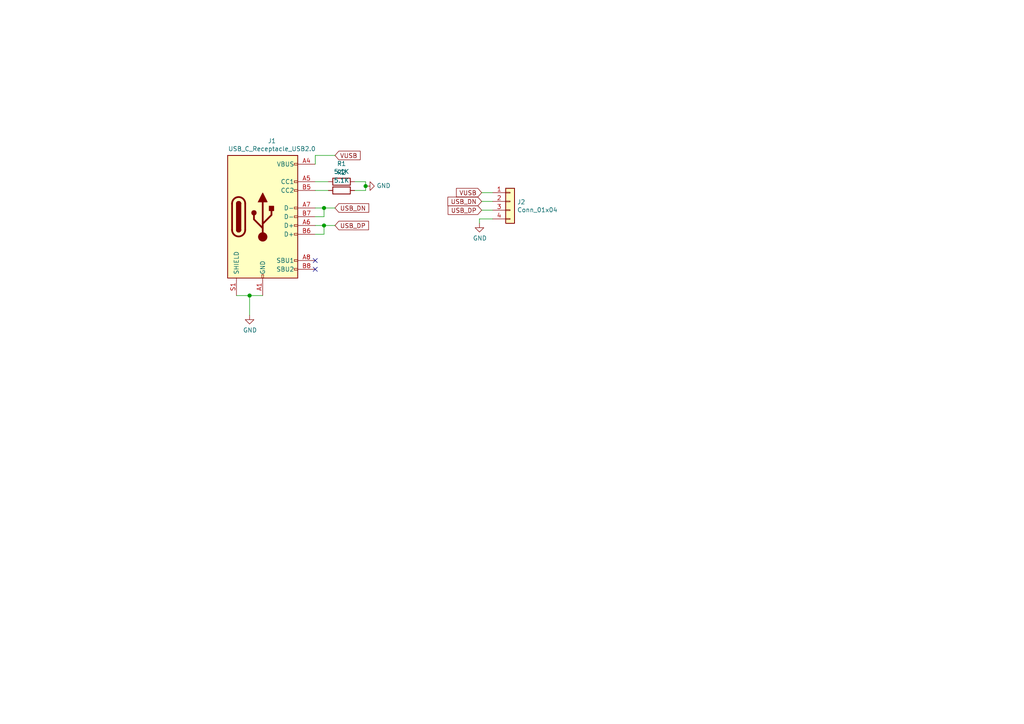
<source format=kicad_sch>
(kicad_sch (version 20210126) (generator eeschema)
  (paper "A4")
  (lib_symbols
    (symbol "Connector:USB_C_Receptacle_USB2.0" (pin_names (offset 1.016))
      (property "Reference" "J" (at -10.16 19.05 0))
      (property "Value" "USB_C_Receptacle_USB2.0" (at 19.05 19.05 0))
      (symbol "USB_C_Receptacle_USB2.0_0_0"
        (rectangle (start -0.254 -17.78) (end 0.254 -16.764))
        (rectangle (start 10.16 -14.986) (end 9.144 -15.494))
        (rectangle (start 10.16 -12.446) (end 9.144 -12.954))
        (rectangle (start 10.16 -4.826) (end 9.144 -5.334))
        (rectangle (start 10.16 -2.286) (end 9.144 -2.794))
        (rectangle (start 10.16 0.254) (end 9.144 -0.254))
        (rectangle (start 10.16 2.794) (end 9.144 2.286))
        (rectangle (start 10.16 7.874) (end 9.144 7.366))
        (rectangle (start 10.16 10.414) (end 9.144 9.906))
        (rectangle (start 10.16 15.494) (end 9.144 14.986))
      )
      (symbol "USB_C_Receptacle_USB2.0_0_1"
        (arc (start -8.89 -3.81) (end -5.08 -3.81) (radius (at -6.985 -3.81) (length 1.905) (angles -179.9 -0.1)) (stroke (width 0.508)))
        (arc (start -7.62 -3.81) (end -6.35 -3.81) (radius (at -6.985 -3.81) (length 0.635) (angles -179.9 -0.1)) (stroke (width 0.254)))
        (arc (start -7.62 -3.81) (end -6.35 -3.81) (radius (at -6.985 -3.81) (length 0.635) (angles -179.9 -0.1)) (stroke (width 0.254)) (fill (type outline)))
        (arc (start -6.35 3.81) (end -7.62 3.81) (radius (at -6.985 3.81) (length 0.635) (angles 0.1 179.9)) (stroke (width 0.254)) (fill (type outline)))
        (arc (start -6.35 3.81) (end -7.62 3.81) (radius (at -6.985 3.81) (length 0.635) (angles 0.1 179.9)) (stroke (width 0.254)))
        (arc (start -5.08 3.81) (end -8.89 3.81) (radius (at -6.985 3.81) (length 1.905) (angles 0.1 179.9)) (stroke (width 0.508)))
        (circle (center -2.54 1.143) (radius 0.635) (stroke (width 0.254)) (fill (type outline)))
        (circle (center 0 -5.842) (radius 1.27) (fill (type outline)))
        (rectangle (start -10.16 17.78) (end 10.16 -17.78) (stroke (width 0.254)) (fill (type background)))
        (rectangle (start -7.62 -3.81) (end -6.35 3.81) (stroke (width 0.254)) (fill (type outline)))
        (rectangle (start 1.905 1.778) (end 3.175 3.048) (stroke (width 0.254)) (fill (type outline)))
        (polyline (pts (xy -8.89 -3.81) (xy -8.89 3.81)) (stroke (width 0.508)))
        (polyline (pts (xy -5.08 3.81) (xy -5.08 -3.81)) (stroke (width 0.508)))
        (polyline (pts (xy 0 -5.842) (xy 0 4.318)) (stroke (width 0.508)))
        (polyline (pts (xy 0 -3.302) (xy -2.54 -0.762) (xy -2.54 0.508)) (stroke (width 0.508)))
        (polyline (pts (xy 0 -2.032) (xy 2.54 0.508) (xy 2.54 1.778)) (stroke (width 0.508)))
        (polyline (pts (xy -1.27 4.318) (xy 0 6.858) (xy 1.27 4.318) (xy -1.27 4.318)) (stroke (width 0.254)) (fill (type outline)))
      )
      (symbol "USB_C_Receptacle_USB2.0_1_1"
        (pin power_in line (at 0 -22.86 90) (length 5.08) (name "GND") (number "A1"))
        (pin passive line (at 0 -22.86 90) (length 5.08) hide (name "GND") (number "A12"))
        (pin power_in line (at 15.24 15.24 180) (length 5.08) (name "VBUS") (number "A4"))
        (pin bidirectional line (at 15.24 10.16 180) (length 5.08) (name "CC1") (number "A5"))
        (pin bidirectional line (at 15.24 -2.54 180) (length 5.08) (name "D+") (number "A6"))
        (pin bidirectional line (at 15.24 2.54 180) (length 5.08) (name "D-") (number "A7"))
        (pin bidirectional line (at 15.24 -12.7 180) (length 5.08) (name "SBU1") (number "A8"))
        (pin passive line (at 15.24 15.24 180) (length 5.08) hide (name "VBUS") (number "A9"))
        (pin passive line (at 0 -22.86 90) (length 5.08) hide (name "GND") (number "B1"))
        (pin passive line (at 0 -22.86 90) (length 5.08) hide (name "GND") (number "B12"))
        (pin passive line (at 15.24 15.24 180) (length 5.08) hide (name "VBUS") (number "B4"))
        (pin bidirectional line (at 15.24 7.62 180) (length 5.08) (name "CC2") (number "B5"))
        (pin bidirectional line (at 15.24 -5.08 180) (length 5.08) (name "D+") (number "B6"))
        (pin bidirectional line (at 15.24 0 180) (length 5.08) (name "D-") (number "B7"))
        (pin bidirectional line (at 15.24 -15.24 180) (length 5.08) (name "SBU2") (number "B8"))
        (pin passive line (at 15.24 15.24 180) (length 5.08) hide (name "VBUS") (number "B9"))
        (pin passive line (at -7.62 -22.86 90) (length 5.08) (name "SHIELD") (number "S1"))
      )
    )
    (symbol "Connector_Generic:Conn_01x04" (pin_names (offset 1.016) hide)
      (property "Reference" "J" (at 0 5.08 0))
      (property "Value" "Conn_01x04" (at 0 -7.62 0))
      (symbol "Conn_01x04_1_1"
        (rectangle (start -1.27 -4.953) (end 0 -5.207) (stroke (width 0.1524)))
        (rectangle (start -1.27 -2.413) (end 0 -2.667) (stroke (width 0.1524)))
        (rectangle (start -1.27 2.667) (end 0 2.413) (stroke (width 0.1524)))
        (rectangle (start -1.27 3.81) (end 1.27 -6.35) (stroke (width 0.254)) (fill (type background)))
        (rectangle (start -1.27 0.127) (end 0 -0.127) (stroke (width 0.1524)))
        (pin passive line (at -5.08 2.54 0) (length 3.81) (name "Pin_1") (number "1"))
        (pin passive line (at -5.08 0 0) (length 3.81) (name "Pin_2") (number "2"))
        (pin passive line (at -5.08 -2.54 0) (length 3.81) (name "Pin_3") (number "3"))
        (pin passive line (at -5.08 -5.08 0) (length 3.81) (name "Pin_4") (number "4"))
      )
    )
    (symbol "Device:R" (pin_numbers hide) (pin_names (offset 0))
      (property "Reference" "R" (at 2.032 0 90))
      (property "Value" "R" (at 0 0 90))
      (symbol "R_0_1"
        (rectangle (start -1.016 -2.54) (end 1.016 2.54) (stroke (width 0.254)))
      )
      (symbol "R_1_1"
        (pin passive line (at 0 3.81 270) (length 1.27) (name "~") (number "1"))
        (pin passive line (at 0 -3.81 90) (length 1.27) (name "~") (number "2"))
      )
    )
    (symbol "power:GND" (power) (pin_names (offset 0))
      (property "Value" "GND" (at 0 -3.81 0))
      (symbol "GND_0_1"
        (polyline (pts (xy 0 0) (xy 0 -1.27) (xy 1.27 -1.27) (xy 0 -2.54) (xy -1.27 -1.27) (xy 0 -1.27)))
      )
      (symbol "GND_1_1"
        (pin power_in line (at 0 0 270) (length 0) hide (name "GND") (number "1"))
      )
    )
  )
  (junction (at 72.39 85.725) (diameter 1.016))
  (junction (at 93.98 60.325) (diameter 1.016))
  (junction (at 93.98 65.405) (diameter 1.016))
  (junction (at 106.045 53.975) (diameter 1.016))
  (no_connect (at 91.44 75.565))
  (no_connect (at 91.44 78.105))
  (wire (pts (xy 72.39 85.725) (xy 68.58 85.725)))
  (wire (pts (xy 72.39 85.725) (xy 76.2 85.725)))
  (wire (pts (xy 72.39 91.44) (xy 72.39 85.725)))
  (wire (pts (xy 91.44 45.085) (xy 91.44 47.625)))
  (wire (pts (xy 91.44 52.705) (xy 95.25 52.705)))
  (wire (pts (xy 91.44 55.245) (xy 95.25 55.245)))
  (wire (pts (xy 91.44 60.325) (xy 93.98 60.325)))
  (wire (pts (xy 91.44 62.865) (xy 93.98 62.865)))
  (wire (pts (xy 91.44 65.405) (xy 93.98 65.405)))
  (wire (pts (xy 91.44 67.945) (xy 93.98 67.945)))
  (wire (pts (xy 93.98 60.325) (xy 97.155 60.325)))
  (wire (pts (xy 93.98 62.865) (xy 93.98 60.325)))
  (wire (pts (xy 93.98 65.405) (xy 97.155 65.405)))
  (wire (pts (xy 93.98 67.945) (xy 93.98 65.405)))
  (wire (pts (xy 97.155 45.085) (xy 91.44 45.085)))
  (wire (pts (xy 102.87 55.245) (xy 106.045 55.245)))
  (wire (pts (xy 106.045 52.705) (xy 102.87 52.705)))
  (wire (pts (xy 106.045 53.975) (xy 106.045 52.705)))
  (wire (pts (xy 106.045 55.245) (xy 106.045 53.975)))
  (wire (pts (xy 139.065 63.5) (xy 142.875 63.5)))
  (wire (pts (xy 139.065 64.77) (xy 139.065 63.5)))
  (wire (pts (xy 139.7 55.88) (xy 142.875 55.88)))
  (wire (pts (xy 139.7 58.42) (xy 142.875 58.42)))
  (wire (pts (xy 139.7 60.96) (xy 142.875 60.96)))
  (global_label "VUSB" (shape input) (at 97.155 45.085 0) (property "Intersheet References" "${INTERSHEET_REFS}" (effects hide)))
  (global_label "USB_DN" (shape input) (at 97.155 60.325 0) (property "Intersheet References" "${INTERSHEET_REFS}" (effects hide)))
  (global_label "USB_DP" (shape input) (at 97.155 65.405 0) (property "Intersheet References" "${INTERSHEET_REFS}" (effects hide)))
  (global_label "VUSB" (shape input) (at 139.7 55.88 180) (property "Intersheet References" "${INTERSHEET_REFS}" (effects hide)))
  (global_label "USB_DN" (shape input) (at 139.7 58.42 180) (property "Intersheet References" "${INTERSHEET_REFS}" (effects hide)))
  (global_label "USB_DP" (shape input) (at 139.7 60.96 180) (property "Intersheet References" "${INTERSHEET_REFS}" (effects hide)))
  (symbol (lib_id "power:GND") (at 72.39 91.44 0) (unit 1)
    (property "Reference" "#PWR0101" (effects hide))
    (property "Value" "GND" (at 72.5043 95.7644 0))
  )
  (symbol (lib_id "power:GND") (at 106.045 53.975 90) (unit 1)
    (property "Reference" "#PWR0102" (effects hide))
    (property "Value" "GND" (at 109.2201 53.8607 90) (effects (justify right)))
  )
  (symbol (lib_id "power:GND") (at 139.065 64.77 0) (unit 1)
    (property "Reference" "#PWR0103" (effects hide))
    (property "Value" "GND" (at 139.1793 69.0944 0))
  )
  (symbol (lib_id "Device:R") (at 99.06 52.705 90) (unit 1)
    (property "Reference" "R1" (at 99.06 47.4788 90))
    (property "Value" "5.1K" (at 99.06 49.778 90))
    (property "Footprint" "Resistor_SMD:R_0603_1608Metric" (effects hide))
  )
  (symbol (lib_id "Device:R") (at 99.06 55.245 90) (unit 1)
    (property "Reference" "R2" (at 99.06 50.0188 90))
    (property "Value" "5.1K" (at 99.06 52.318 90))
    (property "Footprint" "Resistor_SMD:R_0603_1608Metric" (effects hide))
  )
  (symbol (lib_id "Connector_Generic:Conn_01x04") (at 147.955 58.42 0) (unit 1)
    (property "Reference" "J2" (at 149.9871 58.5914 0) (effects (justify left)))
    (property "Value" "Conn_01x04" (at 149.9871 60.8901 0) (effects (justify left)))
    (property "Footprint" "dock:pins" (effects hide))
  )
  (symbol (lib_id "Connector:USB_C_Receptacle_USB2.0") (at 76.2 62.865 0) (unit 1)
    (property "Reference" "J1" (at 78.867 40.8748 0))
    (property "Value" "USB_C_Receptacle_USB2.0" (at 78.867 43.1735 0))
    (property "Footprint" "Connector_USB:USB_C_Receptacle_Palconn_UTC16-G" (effects hide))
    (property "Datasheet" "https://www.usb.org/sites/default/files/documents/usb_type-c.zip" (effects hide))
  )
)
</source>
